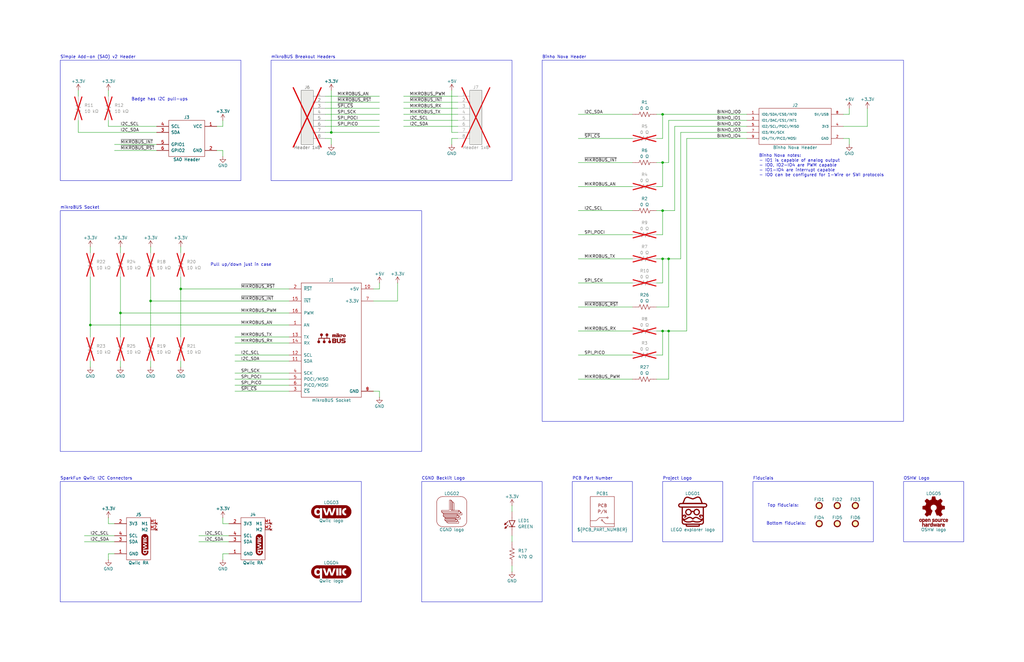
<source format=kicad_sch>
(kicad_sch (version 20231120) (generator "eeschema") (generator_version "8.0")
  (paper "B")
  (title_block (title "SAO Explorer v1") (date "2024-10-06") (rev "1") (company "Common Ground Electronics") (comment 3 "SPDX-License-Identifier: ${SPDX_LICENSE_ID}") (comment 4 "SPDX-FileCopyrightText: © ${COPYRIGHT_HOLDER} <${COPYRIGHT_HOLDER_CONTACT}>"))
  (lib_symbols
    (symbol "SAO_Explorer:+3.3V" (power) (pin_numbers hide) (pin_names (offset 0) hide)
      (property "Value" "+3.3V" (at 0 3.81 0))
      (symbol "+3.3V_1_1"
        (pin power_in line (at 0 0 90) (length 0) (name "~") (number "1"))
      )
    )
    (symbol "SAO_Explorer:+5V" (power) (pin_numbers hide) (pin_names (offset 0) hide)
      (property "Value" "+5V" (at 0 3.81 0))
      (symbol "+5V_1_1"
        (pin power_in line (at 0 0 90) (length 0) (name "~") (number "1"))
      )
    )
    (symbol "SAO_Explorer:Connector_Header_1x08_P2.54mm_Vertical" (pin_names (offset 1.016) hide)
      (property "Reference" "J" (at 0 11.43 0))
      (property "Value" "Header 1x8" (at 0 -13.97 0))
      (symbol "Connector_Header_1x08_P2.54mm_Vertical_1_1"
        (pin passive line (at -7.62 7.62 0) (length 5.08) (name "1") (number "1"))
        (pin passive line (at -7.62 5.08 0) (length 5.08) (name "2") (number "2"))
        (pin passive line (at -7.62 2.54 0) (length 5.08) (name "3") (number "3"))
        (pin passive line (at -7.62 0 0) (length 5.08) (name "4") (number "4"))
        (pin passive line (at -7.62 -2.54 0) (length 5.08) (name "5") (number "5"))
        (pin passive line (at -7.62 -5.08 0) (length 5.08) (name "6") (number "6"))
        (pin passive line (at -7.62 -7.62 0) (length 5.08) (name "7") (number "7"))
        (pin passive line (at -7.62 -10.16 0) (length 5.08) (name "8") (number "8"))
      )
    )
    (symbol "SAO_Explorer:Connector_Header_2x03_P2.54mm_Vertical_Shrouded_SAO_v2" (pin_names (offset 1.016))
      (property "Reference" "J" (at 0 8.89 0))
      (property "Value" "SAO Header" (at 0 -8.89 0))
      (symbol "Connector_Header_2x03_P2.54mm_Vertical_Shrouded_SAO_v2_1_1"
        (pin power_out line (at 12.7 5.08 180) (length 5.08) (name "VCC") (number "1"))
        (pin power_out line (at 12.7 -5.08 180) (length 5.08) (name "GND") (number "2"))
        (pin bidirectional line (at -12.7 2.54 0) (length 5.08) (name "SDA") (number "3"))
        (pin bidirectional line (at -12.7 5.08 0) (length 5.08) (name "SCL") (number "4"))
        (pin bidirectional line (at -12.7 -2.54 0) (length 5.08) (name "GPIO1") (number "5"))
        (pin bidirectional line (at -12.7 -5.08 0) (length 5.08) (name "GPIO2") (number "6"))
      )
    )
    (symbol "SAO_Explorer:Connector_Header_2x05_P1.27mm_Vertical_Shrouded_Binho_Nova" (pin_names (offset 1.016))
      (property "Reference" "J" (at 0 8.89 0))
      (property "Value" "Binho Nova Header" (at 0 -8.89 0))
      (symbol "Connector_Header_2x05_P1.27mm_Vertical_Shrouded_Binho_Nova_0_0"
        (pin bidirectional line (at -20.32 5.08 0) (length 5.08) (name "IO0/SDA/CS0/INT0") (number "1"))
        (pin passive line (at 20.32 -5.08 180) (length 5.08) hide (name "GND") (number "10"))
        (pin power_out line (at 20.32 -5.08 180) (length 5.08) (name "GND") (number "2"))
        (pin bidirectional line (at -20.32 2.54 0) (length 5.08) (name "IO1/DAC/CS1/INT1") (number "3"))
        (pin power_out line (at 20.32 0 180) (length 5.08) (name "3V3") (number "4"))
        (pin bidirectional line (at -20.32 0 0) (length 5.08) (name "IO2/SCL/POCI/MISO") (number "5"))
        (pin passive line (at 20.32 -5.08 180) (length 5.08) hide (name "GND") (number "6"))
        (pin bidirectional line (at -20.32 -2.54 0) (length 5.08) (name "IO3/RX/SCK") (number "7"))
        (pin power_out line (at 20.32 5.08 180) (length 5.08) (name "5V/USB") (number "8"))
        (pin bidirectional line (at -20.32 -5.08 0) (length 5.08) (name "IO4/TX/PICO/MOSI") (number "9"))
      )
    )
    (symbol "SAO_Explorer:Connector_Qwiic_Right_Angle" (pin_names (offset 1.016))
      (property "Reference" "J" (at 0 11.43 0))
      (property "Value" "Qwiic RA" (at 0 -8.89 0))
      (symbol "Connector_Qwiic_Right_Angle_1_1"
        (pin passive line (at -10.16 -5.08 0) (length 5.08) (name "GND") (number "1"))
        (pin passive line (at -10.16 7.62 0) (length 5.08) (name "3V3") (number "2"))
        (pin bidirectional line (at -10.16 0 0) (length 5.08) (name "SDA") (number "3"))
        (pin bidirectional line (at -10.16 2.54 0) (length 5.08) (name "SCL") (number "4"))
        (pin no_connect line (at 7.62 7.62 180) (length 2.54) (name "M1") (number "M1"))
        (pin no_connect line (at 7.62 5.08 180) (length 2.54) (name "M2") (number "M2"))
      )
    )
    (symbol "SAO_Explorer:Connector_Socket_mikroBUS_SMD" (pin_names (offset 1.016))
      (property "Reference" "J" (at 0 26.67 0))
      (property "Value" "mikroBUS Socket" (at 0 -24.13 0))
      (symbol "Connector_Socket_mikroBUS_SMD_1_0"
        (pin bidirectional line (at -17.78 7.62 0) (length 5.08) (name "AN") (number "1"))
        (pin power_in line (at 17.78 22.86 180) (length 5.08) (name "+5V") (number "10"))
        (pin bidirectional line (at -17.78 -7.62 0) (length 5.08) (name "SDA") (number "11"))
        (pin bidirectional line (at -17.78 -5.08 0) (length 5.08) (name "SCL") (number "12"))
        (pin bidirectional line (at -17.78 2.54 0) (length 5.08) (name "TX") (number "13"))
        (pin bidirectional line (at -17.78 0 0) (length 5.08) (name "RX") (number "14"))
        (pin bidirectional line (at -17.78 17.78 0) (length 5.08) (name "~{INT}") (number "15"))
        (pin bidirectional line (at -17.78 12.7 0) (length 5.08) (name "PWM") (number "16"))
        (pin bidirectional line (at -17.78 22.86 0) (length 5.08) (name "~{RST}") (number "2"))
        (pin bidirectional line (at -17.78 -20.32 0) (length 5.08) (name "~{CS}") (number "3"))
        (pin bidirectional line (at -17.78 -12.7 0) (length 5.08) (name "SCK") (number "4"))
        (pin bidirectional line (at -17.78 -15.24 0) (length 5.08) (name "POCI/MISO") (number "5"))
        (pin bidirectional line (at -17.78 -17.78 0) (length 5.08) (name "PICO/MOSI") (number "6"))
        (pin power_in line (at 17.78 17.78 180) (length 5.08) (name "+3.3V") (number "7"))
        (pin power_in line (at 17.78 -20.32 180) (length 5.08) (name "GND") (number "8"))
        (pin power_in line (at 17.78 -20.32 180) (length 5.08) (name "GND") (number "9"))
      )
    )
    (symbol "SAO_Explorer:Fiducial_c50m100k100" (pin_names (offset 0)) (in_bom no)
      (property "Reference" "FID" (at 0 2.54 0))
    )
    (symbol "SAO_Explorer:GND" (power) (pin_numbers hide) (pin_names (offset 0) hide)
      (property "Value" "GND" (at 0 -3.81 0))
      (symbol "GND_1_1"
        (pin power_in line (at 0 0 270) (length 0) (name "~") (number "1"))
      )
    )
    (symbol "SAO_Explorer:LED_CGND_logo_green" (pin_numbers hide) (pin_names (offset 0) hide)
      (property "Reference" "LED" (at 0 5.08 0))
      (property "Value" "GREEN" (at 0 2.54 0))
      (symbol "LED_CGND_logo_green_1_1"
        (pin passive line (at -5.08 0 0) (length 2.54) (name "Anode") (number "A"))
        (pin passive line (at 5.08 0 180) (length 2.54) (name "Cathode") (number "C"))
      )
    )
    (symbol "SAO_Explorer:Logo_CGND_backlit_5x5mm" (pin_names (offset 1.016)) (in_bom no)
      (property "Reference" "LOGO" (at 0 7.62 0))
      (property "Value" "CGND logo" (at 0 -7.62 0))
    )
    (symbol "SAO_Explorer:Logo_LEGO_explorer_outline_silkscreen_5x5mm" (pin_names (offset 1.016)) (in_bom no)
      (property "Reference" "LOGO" (at 0 7.62 0))
      (property "Value" "LEGO explorer logo" (at 0 -7.62 0))
    )
    (symbol "SAO_Explorer:Logo_OSHW_5.7x6mm" (pin_names (offset 1.016)) (in_bom no)
      (property "Reference" "LOGO" (at 0 7.62 0))
      (property "Value" "OSHW logo" (at 0 -7.62 0))
    )
    (symbol "SAO_Explorer:Logo_SparkFun_Qwiic_silkscreen_5x1.6mm" (pin_names (offset 1.016)) (in_bom no)
      (property "Reference" "LOGO" (at 0 3.81 0))
      (property "Value" "Qwiic logo" (at 0 -3.81 0))
    )
    (symbol "SAO_Explorer:Part_Number_PCB" (pin_names (offset 1.016)) (on_board no)
      (property "Reference" "PCB" (at 0 7.62 0))
      (property "Value" "${PCB_PART_NUMBER}" (at 0 -7.62 0))
      (symbol "Part_Number_PCB_1_1"
        (text "P/N" (at 0 0 0) (effects (font (size 1.27 1.27))))
        (text "PCB" (at 0 2.54 0) (effects (font (size 1.27 1.27))))
      )
    )
    (symbol "SAO_Explorer:Resistor_0_jumper_0603" (pin_numbers hide) (pin_names (offset 0) hide)
      (property "Reference" "R" (at 0 5.08 0))
      (property "Value" "0 Ω" (at 0 2.54 0))
      (symbol "Resistor_0_jumper_0603_1_1"
        (pin passive line (at -5.08 0 0) (length 1.27) (name "1") (number "1"))
        (pin passive line (at 5.08 0 180) (length 1.27) (name "2") (number "2"))
      )
    )
    (symbol "SAO_Explorer:Resistor_10k_5pct_0.1w_0603" (pin_numbers hide) (pin_names (offset 0) hide)
      (property "Reference" "R" (at 0 5.08 0))
      (property "Value" "10 kΩ" (at 0 2.54 0))
      (symbol "Resistor_10k_5pct_0.1w_0603_1_1"
        (pin passive line (at -5.08 0 0) (length 1.27) (name "1") (number "1"))
        (pin passive line (at 5.08 0 180) (length 1.27) (name "2") (number "2"))
      )
    )
    (symbol "SAO_Explorer:Resistor_470_5pct_0.1w_0603" (pin_numbers hide) (pin_names (offset 0) hide)
      (property "Reference" "R" (at 0 5.08 0))
      (property "Value" "470 Ω" (at 0 2.54 0))
      (symbol "Resistor_470_5pct_0.1w_0603_1_1"
        (pin passive line (at -5.08 0 0) (length 1.27) (name "1") (number "1"))
        (pin passive line (at 5.08 0 180) (length 1.27) (name "2") (number "2"))
      )
    )
  )
  (junction (at 279.4 139.7))
  (junction (at 139.7 55.88))
  (junction (at 281.94 109.22))
  (junction (at 63.5 127))
  (junction (at 279.4 109.22))
  (junction (at 279.4 68.58))
  (junction (at 38.1 137.16))
  (junction (at 279.4 88.9))
  (junction (at 281.94 139.7))
  (junction (at 76.2 121.92))
  (junction (at 50.8 132.08))
  (junction (at 279.4 48.26))
  (wire (pts (xy 160.02 165.1) (xy 160.02 167.64)))
  (wire (pts (xy 289.56 58.42) (xy 289.56 139.7)))
  (wire (pts (xy 76.2 121.92) (xy 121.92 121.92)))
  (wire (pts (xy 35.56 226.06) (xy 48.26 226.06)))
  (wire (pts (xy 243.84 119.38) (xy 266.7 119.38)))
  (wire (pts (xy 190.5 58.42) (xy 190.5 60.96)))
  (wire (pts (xy 243.84 149.86) (xy 266.7 149.86)))
  (wire (pts (xy 76.2 121.92) (xy 76.2 142.24)))
  (wire (pts (xy 160.02 121.92) (xy 160.02 119.38)))
  (wire (pts (xy 38.1 137.16) (xy 38.1 142.24)))
  (wire (pts (xy 157.48 121.92) (xy 160.02 121.92)))
  (wire (pts (xy 170.18 50.8) (xy 193.04 50.8)))
  (wire (pts (xy 63.5 127) (xy 63.5 142.24)))
  (wire (pts (xy 139.7 38.1) (xy 139.7 55.88)))
  (wire (pts (xy 91.44 63.5) (xy 93.98 63.5)))
  (wire (pts (xy 99.06 157.48) (xy 121.92 157.48)))
  (wire (pts (xy 139.7 55.88) (xy 160.02 55.88)))
  (wire (pts (xy 276.86 68.58) (xy 279.4 68.58)))
  (wire (pts (xy 137.16 50.8) (xy 160.02 50.8)))
  (wire (pts (xy 83.82 226.06) (xy 96.52 226.06)))
  (wire (pts (xy 76.2 104.14) (xy 76.2 106.68)))
  (wire (pts (xy 63.5 116.84) (xy 63.5 127)))
  (wire (pts (xy 279.4 109.22) (xy 281.94 109.22)))
  (wire (pts (xy 276.86 119.38) (xy 279.4 119.38)))
  (wire (pts (xy 35.56 228.6) (xy 48.26 228.6)))
  (wire (pts (xy 243.84 48.26) (xy 266.7 48.26)))
  (wire (pts (xy 279.4 139.7) (xy 276.86 139.7)))
  (wire (pts (xy 279.4 78.74) (xy 279.4 68.58)))
  (wire (pts (xy 50.8 132.08) (xy 50.8 142.24)))
  (wire (pts (xy 284.48 53.34) (xy 284.48 88.9)))
  (wire (pts (xy 243.84 58.42) (xy 266.7 58.42)))
  (wire (pts (xy 289.56 139.7) (xy 281.94 139.7)))
  (wire (pts (xy 99.06 152.4) (xy 121.92 152.4)))
  (wire (pts (xy 276.86 48.26) (xy 279.4 48.26)))
  (wire (pts (xy 38.1 137.16) (xy 121.92 137.16)))
  (wire (pts (xy 276.86 58.42) (xy 279.4 58.42)))
  (wire (pts (xy 243.84 109.22) (xy 266.7 109.22)))
  (wire (pts (xy 170.18 40.64) (xy 193.04 40.64)))
  (wire (pts (xy 289.56 58.42) (xy 314.96 58.42)))
  (wire (pts (xy 99.06 165.1) (xy 121.92 165.1)))
  (wire (pts (xy 48.26 63.5) (xy 66.04 63.5)))
  (wire (pts (xy 76.2 152.4) (xy 76.2 154.94)))
  (wire (pts (xy 137.16 45.72) (xy 160.02 45.72)))
  (wire (pts (xy 215.9 213.36) (xy 215.9 215.9)))
  (wire (pts (xy 365.76 53.34) (xy 355.6 53.34)))
  (wire (pts (xy 96.52 233.68) (xy 93.98 233.68)))
  (wire (pts (xy 45.72 233.68) (xy 45.72 236.22)))
  (wire (pts (xy 50.8 132.08) (xy 121.92 132.08)))
  (wire (pts (xy 281.94 129.54) (xy 281.94 109.22)))
  (wire (pts (xy 279.4 139.7) (xy 279.4 149.86)))
  (wire (pts (xy 365.76 45.72) (xy 365.76 53.34)))
  (wire (pts (xy 215.9 238.76) (xy 215.9 241.3)))
  (wire (pts (xy 93.98 63.5) (xy 93.98 66.04)))
  (wire (pts (xy 243.84 99.06) (xy 266.7 99.06)))
  (wire (pts (xy 287.02 55.88) (xy 314.96 55.88)))
  (wire (pts (xy 99.06 142.24) (xy 121.92 142.24)))
  (wire (pts (xy 358.14 58.42) (xy 358.14 60.96)))
  (wire (pts (xy 33.02 55.88) (xy 33.02 50.8)))
  (wire (pts (xy 93.98 53.34) (xy 93.98 50.8)))
  (wire (pts (xy 137.16 53.34) (xy 160.02 53.34)))
  (wire (pts (xy 45.72 53.34) (xy 66.04 53.34)))
  (wire (pts (xy 281.94 50.8) (xy 314.96 50.8)))
  (wire (pts (xy 358.14 45.72) (xy 358.14 48.26)))
  (wire (pts (xy 243.84 78.74) (xy 266.7 78.74)))
  (wire (pts (xy 91.44 53.34) (xy 93.98 53.34)))
  (wire (pts (xy 50.8 116.84) (xy 50.8 132.08)))
  (wire (pts (xy 276.86 78.74) (xy 279.4 78.74)))
  (wire (pts (xy 76.2 116.84) (xy 76.2 121.92)))
  (wire (pts (xy 63.5 104.14) (xy 63.5 106.68)))
  (wire (pts (xy 279.4 68.58) (xy 281.94 68.58)))
  (wire (pts (xy 45.72 38.1) (xy 45.72 40.64)))
  (wire (pts (xy 137.16 48.26) (xy 160.02 48.26)))
  (wire (pts (xy 284.48 53.34) (xy 314.96 53.34)))
  (wire (pts (xy 137.16 43.18) (xy 160.02 43.18)))
  (wire (pts (xy 45.72 50.8) (xy 45.72 53.34)))
  (wire (pts (xy 276.86 149.86) (xy 279.4 149.86)))
  (wire (pts (xy 355.6 58.42) (xy 358.14 58.42)))
  (wire (pts (xy 167.64 127) (xy 157.48 127)))
  (wire (pts (xy 190.5 55.88) (xy 193.04 55.88)))
  (wire (pts (xy 215.9 226.06) (xy 215.9 228.6)))
  (wire (pts (xy 287.02 109.22) (xy 287.02 55.88)))
  (wire (pts (xy 243.84 68.58) (xy 266.7 68.58)))
  (wire (pts (xy 38.1 104.14) (xy 38.1 106.68)))
  (wire (pts (xy 284.48 88.9) (xy 279.4 88.9)))
  (wire (pts (xy 137.16 55.88) (xy 139.7 55.88)))
  (wire (pts (xy 167.64 119.38) (xy 167.64 127)))
  (wire (pts (xy 38.1 116.84) (xy 38.1 137.16)))
  (wire (pts (xy 50.8 104.14) (xy 50.8 106.68)))
  (wire (pts (xy 33.02 38.1) (xy 33.02 40.64)))
  (wire (pts (xy 281.94 68.58) (xy 281.94 50.8)))
  (wire (pts (xy 99.06 160.02) (xy 121.92 160.02)))
  (wire (pts (xy 48.26 233.68) (xy 45.72 233.68)))
  (wire (pts (xy 276.86 129.54) (xy 281.94 129.54)))
  (wire (pts (xy 93.98 233.68) (xy 93.98 236.22)))
  (wire (pts (xy 281.94 139.7) (xy 279.4 139.7)))
  (wire (pts (xy 358.14 48.26) (xy 355.6 48.26)))
  (wire (pts (xy 276.86 99.06) (xy 279.4 99.06)))
  (wire (pts (xy 48.26 60.96) (xy 66.04 60.96)))
  (wire (pts (xy 33.02 55.88) (xy 66.04 55.88)))
  (wire (pts (xy 276.86 160.02) (xy 281.94 160.02)))
  (wire (pts (xy 99.06 149.86) (xy 121.92 149.86)))
  (wire (pts (xy 93.98 220.98) (xy 93.98 218.44)))
  (wire (pts (xy 170.18 43.18) (xy 193.04 43.18)))
  (wire (pts (xy 157.48 165.1) (xy 160.02 165.1)))
  (wire (pts (xy 50.8 152.4) (xy 50.8 154.94)))
  (wire (pts (xy 281.94 160.02) (xy 281.94 139.7)))
  (wire (pts (xy 139.7 58.42) (xy 139.7 60.96)))
  (wire (pts (xy 279.4 48.26) (xy 314.96 48.26)))
  (wire (pts (xy 279.4 109.22) (xy 279.4 119.38)))
  (wire (pts (xy 243.84 129.54) (xy 266.7 129.54)))
  (wire (pts (xy 276.86 109.22) (xy 279.4 109.22)))
  (wire (pts (xy 170.18 45.72) (xy 193.04 45.72)))
  (wire (pts (xy 99.06 144.78) (xy 121.92 144.78)))
  (wire (pts (xy 281.94 109.22) (xy 287.02 109.22)))
  (wire (pts (xy 190.5 38.1) (xy 190.5 55.88)))
  (wire (pts (xy 96.52 220.98) (xy 93.98 220.98)))
  (wire (pts (xy 99.06 162.56) (xy 121.92 162.56)))
  (wire (pts (xy 83.82 228.6) (xy 96.52 228.6)))
  (wire (pts (xy 63.5 152.4) (xy 63.5 154.94)))
  (wire (pts (xy 45.72 220.98) (xy 45.72 218.44)))
  (wire (pts (xy 243.84 88.9) (xy 266.7 88.9)))
  (wire (pts (xy 279.4 99.06) (xy 279.4 88.9)))
  (wire (pts (xy 48.26 220.98) (xy 45.72 220.98)))
  (wire (pts (xy 190.5 58.42) (xy 193.04 58.42)))
  (wire (pts (xy 243.84 139.7) (xy 266.7 139.7)))
  (wire (pts (xy 279.4 88.9) (xy 276.86 88.9)))
  (wire (pts (xy 170.18 53.34) (xy 193.04 53.34)))
  (wire (pts (xy 137.16 40.64) (xy 160.02 40.64)))
  (wire (pts (xy 63.5 127) (xy 121.92 127)))
  (wire (pts (xy 170.18 48.26) (xy 193.04 48.26)))
  (wire (pts (xy 38.1 152.4) (xy 38.1 154.94)))
  (wire (pts (xy 279.4 58.42) (xy 279.4 48.26)))
  (wire (pts (xy 137.16 58.42) (xy 139.7 58.42)))
  (wire (pts (xy 243.84 160.02) (xy 266.7 160.02)))
  (rectangle (start 114.3 25.4) (end 215.9 76.2))
  (rectangle (start 381 203.2) (end 406.4 228.6))
  (rectangle (start 228.6 25.4) (end 381 177.8))
  (rectangle (start 25.4 25.4) (end 101.6 76.2))
  (rectangle (start 25.4 88.9) (end 177.8 190.5))
  (rectangle (start 177.8 203.2) (end 228.6 254))
  (rectangle (start 25.4 203.2) (end 152.4 254))
  (rectangle (start 279.4 203.2) (end 304.8 228.6))
  (rectangle (start 317.5 203.2) (end 368.3 228.6))
  (rectangle (start 241.3 203.2) (end 266.7 228.6))
  (text "Simple Add-on (SAO) v2 Header" (at 25.4 24.13 0) (effects (font (size 1.27 1.27)) (justify left)))
  (text "PCB Part Number" (at 241.3 201.93 0) (effects (font (size 1.27 1.27)) (justify left)))
  (text "Bottom fiducials:" (at 331.47 220.98 0) (effects (font (size 1.27 1.27))))
  (text "CGND Backlit Logo" (at 177.8 201.93 0) (effects (font (size 1.27 1.27)) (justify left)))
  (text "Badge has I2C pull-ups" (at 67.31 41.91 0) (effects (font (size 1.27 1.27))))
  (text "Project Logo" (at 279.4 201.93 0) (effects (font (size 1.27 1.27)) (justify left)))
  (text "SparkFun Qwiic I2C Connectors" (at 25.4 201.93 0) (effects (font (size 1.27 1.27)) (justify left)))
  (text "Binho Nova Header" (at 228.6 24.13 0) (effects (font (size 1.27 1.27)) (justify left)))
  (text "Binho Nova notes:\n- IO1 is capable of analog output\n- IO0, IO2-IO4 are PWM capable\n- IO1-IO4 are interrupt capable\n- IO0 can be configured for 1-Wire or SWI protocols" (at 320.04 69.85 0) (effects (font (size 1.27 1.27)) (justify left)))
  (text "Top fiducials:" (at 330.2 213.36 0) (effects (font (size 1.27 1.27))))
  (text "Fiducials" (at 317.5 201.93 0) (effects (font (size 1.27 1.27)) (justify left)))
  (text "mikroBUS Breakout Headers" (at 114.3 24.13 0) (effects (font (size 1.27 1.27)) (justify left)))
  (text "mikroBUS Socket" (at 25.4 87.63 0) (effects (font (size 1.27 1.27)) (justify left)))
  (text "OSHW Logo" (at 381 201.93 0) (effects (font (size 1.27 1.27)) (justify left)))
  (text "Pull up/down just in case" (at 101.6 111.76 0) (effects (font (size 1.27 1.27))))
  (label "~{MIKROBUS_RST}" (at 50.8 63.5 0))
  (label "I2C_SCL" (at 50.8 53.34 0))
  (label "MIKROBUS_TX" (at 172.72 48.26 0))
  (label "SPI_SCK" (at 246.38 119.38 0))
  (label "~{MIKROBUS_INT}" (at 101.6 127 0))
  (label "SPI_PICO" (at 101.6 162.56 0))
  (label "MIKROBUS_TX" (at 246.38 109.22 0))
  (label "~{SPI_CS}" (at 101.6 165.1 0))
  (label "MIKROBUS_PWM" (at 246.38 160.02 0))
  (label "SPI_PICO" (at 246.38 149.86 0))
  (label "~{SPI_CS}" (at 246.38 58.42 0))
  (label "MIKROBUS_AN" (at 246.38 78.74 0))
  (label "SPI_SCK" (at 142.24 48.26 0))
  (label "BINHO_IO0" (at 302.26 48.26 0))
  (label "MIKROBUS_AN" (at 101.6 137.16 0))
  (label "MIKROBUS_RX" (at 172.72 45.72 0))
  (label "~{MIKROBUS_INT}" (at 50.8 60.96 0))
  (label "I2C_SDA" (at 172.72 53.34 0))
  (label "MIKROBUS_AN" (at 142.24 40.64 0))
  (label "I2C_SCL" (at 38.1 226.06 0))
  (label "I2C_SDA" (at 86.36 228.6 0))
  (label "~{MIKROBUS_RST}" (at 101.6 121.92 0))
  (label "I2C_SDA" (at 101.6 152.4 0))
  (label "BINHO_IO1" (at 302.26 50.8 0))
  (label "I2C_SCL" (at 101.6 149.86 0))
  (label "~{MIKROBUS_RST}" (at 142.24 43.18 0))
  (label "BINHO_IO2" (at 302.26 53.34 0))
  (label "~{MIKROBUS_INT}" (at 246.38 68.58 0))
  (label "I2C_SDA" (at 246.38 48.26 0))
  (label "SPI_PICO" (at 142.24 53.34 0))
  (label "SPI_SCK" (at 101.6 157.48 0))
  (label "I2C_SCL" (at 86.36 226.06 0))
  (label "BINHO_IO3" (at 302.26 55.88 0))
  (label "MIKROBUS_TX" (at 101.6 142.24 0))
  (label "SPI_POCI" (at 101.6 160.02 0))
  (label "SPI_POCI" (at 246.38 99.06 0))
  (label "~{MIKROBUS_INT}" (at 172.72 43.18 0))
  (label "I2C_SDA" (at 38.1 228.6 0))
  (label "I2C_SCL" (at 246.38 88.9 0))
  (label "MIKROBUS_PWM" (at 101.6 132.08 0))
  (label "~{SPI_CS}" (at 142.24 45.72 0))
  (label "BINHO_IO4" (at 302.26 58.42 0))
  (label "MIKROBUS_PWM" (at 172.72 40.64 0))
  (label "MIKROBUS_RX" (at 101.6 144.78 0))
  (label "SPI_POCI" (at 142.24 50.8 0))
  (label "~{MIKROBUS_RST}" (at 246.38 129.54 0))
  (label "I2C_SCL" (at 172.72 50.8 0))
  (label "I2C_SDA" (at 50.8 55.88 0))
  (label "MIKROBUS_RX" (at 246.38 139.7 0))
  (symbol (lib_id "SAO_Explorer:LED_CGND_logo_green") (at 215.9 220.98 270) (unit 1)
    (property "Reference" "LED1" (at 218.44 219.7099 90) (effects (justify left)))
    (property "Value" "GREEN" (at 218.44 222.2499 90) (effects (justify left)))
    (property "Footprint" "SAO_Explorer:SUNLED_XZVG45WT-9_CGND_LOGO" (effects (hide yes)))
    (property "Datasheet" "https://www.sunledusa.com/products/spec/XZVG45WT-9.pdf" (effects (hide yes)))
    (property "Description" "Green 570nm LED Indication - Discrete 2.1V 2-SMD, Z-Bend, Bottom Entry" (effects (hide yes)))
    (property "Manufacturer" "SunLED" (effects (hide yes)))
    (property "Manufacturer Part Number" "XZVG45WT-9" (effects (hide yes)))
  )
  (symbol (lib_id "SAO_Explorer:Resistor_10k_5pct_0.1w_0603") (at 50.8 147.32 90) (unit 1) (dnp yes)
    (property "Reference" "R25" (at 53.34 146.0499 90) (effects (justify right)))
    (property "Value" "10 kΩ" (at 53.34 148.5899 90) (effects (justify right)))
    (property "Footprint" "SAO_Explorer:RESC160X80X55L25N" (effects (hide yes)))
    (property "Datasheet" "https://www.yageo.com/upload/media/product/products/datasheet/rchip/PYu-RC_Group_51_RoHS_L_12.pdf" (effects (hide yes)))
    (property "Description" "RES 10K OHM 5% 1/10W 0603" (effects (hide yes)))
    (property "Manufacturer" "YAGEO" (effects (hide yes)))
    (property "Manufacturer Part Number" "RC0603JR-0710KL" (effects (hide yes)))
  )
  (symbol (lib_id "SAO_Explorer:+3.3V") (at 167.64 119.38 0) (unit 1)
    (property "Reference" "#PWR07" (effects (hide yes)))
    (property "Value" "+3.3V" (at 167.64 115.57 0))
    (property "Description" "Power symbol creates a global label with name \"+3.3V\"" (effects (hide yes)))
  )
  (symbol (lib_id "SAO_Explorer:GND") (at 50.8 154.94 0) (unit 1)
    (property "Reference" "#PWR028" (effects (hide yes)))
    (property "Value" "GND" (at 50.8 158.75 0))
    (property "Description" "Power symbol creates a global label with name \"GND\" , ground" (effects (hide yes)))
  )
  (symbol (lib_id "SAO_Explorer:+3.3V") (at 63.5 104.14 0) (unit 1)
    (property "Reference" "#PWR021" (effects (hide yes)))
    (property "Value" "+3.3V" (at 63.5 100.33 0))
    (property "Description" "Power symbol creates a global label with name \"+3.3V\"" (effects (hide yes)))
  )
  (symbol (lib_id "SAO_Explorer:+3.3V") (at 45.72 38.1 0) (unit 1)
    (property "Reference" "#PWR01" (effects (hide yes)))
    (property "Value" "+3.3V" (at 45.72 34.29 0))
    (property "Description" "Power symbol creates a global label with name \"+3.3V\"" (effects (hide yes)))
  )
  (symbol (lib_id "SAO_Explorer:Resistor_0_jumper_0603") (at 271.78 48.26 0) (unit 1)
    (property "Reference" "R1" (at 271.78 43.18 0))
    (property "Value" "0 Ω" (at 271.78 45.72 0))
    (property "Footprint" "SAO_Explorer:RESC160X80X55L25N" (effects (hide yes)))
    (property "Datasheet" "https://www.yageo.com/upload/media/product/products/datasheet/rchip/PYu-RC_Group_51_RoHS_L_12.pdf" (effects (hide yes)))
    (property "Description" "RES 0 OHM JUMPER 1/10W 0603" (effects (hide yes)))
    (property "Manufacturer" "YAGEO" (effects (hide yes)))
    (property "Manufacturer Part Number" "RC0603JR-070RL" (effects (hide yes)))
  )
  (symbol (lib_id "SAO_Explorer:Resistor_10k_5pct_0.1w_0603") (at 76.2 147.32 90) (unit 1) (dnp yes)
    (property "Reference" "R21" (at 78.74 146.0499 90) (effects (justify right)))
    (property "Value" "10 kΩ" (at 78.74 148.5899 90) (effects (justify right)))
    (property "Footprint" "SAO_Explorer:RESC160X80X55L25N" (effects (hide yes)))
    (property "Datasheet" "https://www.yageo.com/upload/media/product/products/datasheet/rchip/PYu-RC_Group_51_RoHS_L_12.pdf" (effects (hide yes)))
    (property "Description" "RES 10K OHM 5% 1/10W 0603" (effects (hide yes)))
    (property "Manufacturer" "YAGEO" (effects (hide yes)))
    (property "Manufacturer Part Number" "RC0603JR-0710KL" (effects (hide yes)))
  )
  (symbol (lib_id "SAO_Explorer:Resistor_0_jumper_0603") (at 271.78 68.58 0) (unit 1)
    (property "Reference" "R6" (at 271.78 63.5 0))
    (property "Value" "0 Ω" (at 271.78 66.04 0))
    (property "Footprint" "SAO_Explorer:RESC160X80X55L25N" (effects (hide yes)))
    (property "Datasheet" "https://www.yageo.com/upload/media/product/products/datasheet/rchip/PYu-RC_Group_51_RoHS_L_12.pdf" (effects (hide yes)))
    (property "Description" "RES 0 OHM JUMPER 1/10W 0603" (effects (hide yes)))
    (property "Manufacturer" "YAGEO" (effects (hide yes)))
    (property "Manufacturer Part Number" "RC0603JR-070RL" (effects (hide yes)))
  )
  (symbol (lib_id "SAO_Explorer:Logo_CGND_backlit_5x5mm") (at 190.5 215.9 0) (unit 1) (in_bom no)
    (property "Reference" "LOGO2" (at 190.5 208.28 0))
    (property "Value" "CGND logo" (at 190.5 223.52 0))
    (property "Footprint" "SAO_Explorer:LOGO_CGND_500X500_BACKLIT" (effects (hide yes)))
    (property "Description" "CGND logo, backlit, 5x5 mm" (effects (hide yes)))
  )
  (symbol (lib_id "SAO_Explorer:Logo_SparkFun_Qwiic_silkscreen_5x1.6mm") (at 139.7 215.9 0) (unit 1) (in_bom no)
    (property "Reference" "LOGO3" (at 139.7 212.09 0))
    (property "Value" "Qwiic logo" (at 139.7 219.71 0))
    (property "Footprint" "SAO_Explorer:LOGO_SPARKFUN_QWIIC_500X160_SILKSCREEN" (effects (hide yes)))
    (property "Description" "SparkFun Qwiic logo, silkscreen, 5x1.6 mm" (effects (hide yes)))
  )
  (symbol (lib_id "SAO_Explorer:Connector_Socket_mikroBUS_SMD") (at 139.7 144.78 0) (unit 1)
    (property "Reference" "J1" (at 139.7 118.11 0))
    (property "Value" "mikroBUS Socket" (at 139.7 168.91 0))
    (property "Footprint" "SAO_Explorer:MIKROE_MIKROE-4248" (effects (hide yes)))
    (property "Datasheet" "https://download.mikroe.com/documents/mikrobu_socket/SOCKET%20mikroBUS%2016%20SMD.pdf" (effects (hide yes)))
    (property "Description" "SOCKET mikroBUS 16 SMD" (effects (hide yes)))
    (property "Manufacturer" "MikroElektronika" (effects (hide yes)))
    (property "Manufacturer Part Number" "MIKROE-4248" (effects (hide yes)))
  )
  (symbol (lib_id "SAO_Explorer:Resistor_10k_5pct_0.1w_0603") (at 33.02 45.72 90) (unit 1) (dnp yes)
    (property "Reference" "R11" (at 35.56 44.4499 90) (effects (justify right)))
    (property "Value" "10 kΩ" (at 35.56 46.9899 90) (effects (justify right)))
    (property "Footprint" "SAO_Explorer:RESC160X80X55L25N" (effects (hide yes)))
    (property "Datasheet" "https://www.yageo.com/upload/media/product/products/datasheet/rchip/PYu-RC_Group_51_RoHS_L_12.pdf" (effects (hide yes)))
    (property "Description" "RES 10K OHM 5% 1/10W 0603" (effects (hide yes)))
    (property "Manufacturer" "YAGEO" (effects (hide yes)))
    (property "Manufacturer Part Number" "RC0603JR-0710KL" (effects (hide yes)))
  )
  (symbol (lib_id "SAO_Explorer:Resistor_10k_5pct_0.1w_0603") (at 50.8 111.76 90) (unit 1) (dnp yes)
    (property "Reference" "R24" (at 53.34 110.4899 90) (effects (justify right)))
    (property "Value" "10 kΩ" (at 53.34 113.0299 90) (effects (justify right)))
    (property "Footprint" "SAO_Explorer:RESC160X80X55L25N" (effects (hide yes)))
    (property "Datasheet" "https://www.yageo.com/upload/media/product/products/datasheet/rchip/PYu-RC_Group_51_RoHS_L_12.pdf" (effects (hide yes)))
    (property "Description" "RES 10K OHM 5% 1/10W 0603" (effects (hide yes)))
    (property "Manufacturer" "YAGEO" (effects (hide yes)))
    (property "Manufacturer Part Number" "RC0603JR-0710KL" (effects (hide yes)))
  )
  (symbol (lib_id "SAO_Explorer:Resistor_470_5pct_0.1w_0603") (at 215.9 233.68 90) (unit 1)
    (property "Reference" "R17" (at 218.44 232.4099 90) (effects (justify right)))
    (property "Value" "470 Ω" (at 218.44 234.9499 90) (effects (justify right)))
    (property "Footprint" "SAO_Explorer:RESC160X80X55L25N" (effects (hide yes)))
    (property "Datasheet" "https://www.yageo.com/upload/media/product/products/datasheet/rchip/PYu-RC_Group_51_RoHS_L_12.pdf" (effects (hide yes)))
    (property "Description" "RES 470 OHM 5% 1/10W 0603" (effects (hide yes)))
    (property "Manufacturer" "YAGEO" (effects (hide yes)))
    (property "Manufacturer Part Number" "RC0603JR-07470RL" (effects (hide yes)))
  )
  (symbol (lib_id "SAO_Explorer:GND") (at 93.98 66.04 0) (unit 1)
    (property "Reference" "#PWR06" (effects (hide yes)))
    (property "Value" "GND" (at 93.98 69.85 0))
    (property "Description" "Power symbol creates a global label with name \"GND\" , ground" (effects (hide yes)))
  )
  (symbol (lib_id "SAO_Explorer:Fiducial_c50m100k100") (at 345.44 213.36 0) (unit 1) (in_bom no)
    (property "Reference" "FID1" (at 345.44 210.82 0))
    (property "Value" "Fiducial" (effects (hide yes)))
    (property "Footprint" "SAO_Explorer:FIDC50M100K100L" (effects (hide yes)))
    (property "Description" "Circular Fiducial, 0.5 mm bare copper, 1 mm soldermask opening (Level C)" (effects (hide yes)))
  )
  (symbol (lib_id "SAO_Explorer:GND") (at 358.14 60.96 0) (unit 1)
    (property "Reference" "#PWR011" (effects (hide yes)))
    (property "Value" "GND" (at 358.14 64.77 0))
    (property "Description" "Power symbol creates a global label with name \"GND\" , ground" (effects (hide yes)))
  )
  (symbol (lib_id "SAO_Explorer:Logo_OSHW_5.7x6mm") (at 393.7 215.9 0) (unit 1) (in_bom no)
    (property "Reference" "LOGO5" (at 393.7 208.28 0))
    (property "Value" "OSHW logo" (at 393.7 223.52 0))
    (property "Footprint" "SAO_Explorer:LOGO_OSHW_570X600_SILKSCREEN" (effects (hide yes)))
    (property "Description" "Open Source Hardware logo, silkscreen, 5.7x6 mm" (effects (hide yes)))
  )
  (symbol (lib_id "SAO_Explorer:Resistor_0_jumper_0603") (at 271.78 78.74 0) (unit 1) (dnp yes)
    (property "Reference" "R4" (at 271.78 73.66 0))
    (property "Value" "0 Ω" (at 271.78 76.2 0))
    (property "Footprint" "SAO_Explorer:RESC160X80X55L25N" (effects (hide yes)))
    (property "Datasheet" "https://www.yageo.com/upload/media/product/products/datasheet/rchip/PYu-RC_Group_51_RoHS_L_12.pdf" (effects (hide yes)))
    (property "Description" "RES 0 OHM JUMPER 1/10W 0603" (effects (hide yes)))
    (property "Manufacturer" "YAGEO" (effects (hide yes)))
    (property "Manufacturer Part Number" "RC0603JR-070RL" (effects (hide yes)))
  )
  (symbol (lib_id "SAO_Explorer:Resistor_10k_5pct_0.1w_0603") (at 63.5 111.76 90) (unit 1) (dnp yes)
    (property "Reference" "R18" (at 66.04 110.4899 90) (effects (justify right)))
    (property "Value" "10 kΩ" (at 66.04 113.0299 90) (effects (justify right)))
    (property "Footprint" "SAO_Explorer:RESC160X80X55L25N" (effects (hide yes)))
    (property "Datasheet" "https://www.yageo.com/upload/media/product/products/datasheet/rchip/PYu-RC_Group_51_RoHS_L_12.pdf" (effects (hide yes)))
    (property "Description" "RES 10K OHM 5% 1/10W 0603" (effects (hide yes)))
    (property "Manufacturer" "YAGEO" (effects (hide yes)))
    (property "Manufacturer Part Number" "RC0603JR-0710KL" (effects (hide yes)))
  )
  (symbol (lib_id "SAO_Explorer:Connector_Header_1x08_P2.54mm_Vertical") (at 129.54 48.26 0) (mirror y) (unit 1) (dnp yes)
    (property "Reference" "J6" (at 129.54 36.83 0))
    (property "Value" "Header 1x8" (at 129.54 62.23 0))
    (property "Footprint" "SAO_Explorer:HDRV8W67P254_8X1_2032X241H858" (effects (hide yes)))
    (property "Datasheet" "https://cdn.amphenol-cs.com/media/wysiwyg/files/documentation/datasheet/boardwiretoboard/bwb_bergstik.pdf" (effects (hide yes)))
    (property "Description" "Connector Header Through Hole 8 position 0.100\" (2.54mm)" (effects (hide yes)))
    (property "Manufacturer" "Amphenol ICC (FCI)" (effects (hide yes)))
    (property "Manufacturer Part Number" "68001-208HLF" (effects (hide yes)))
  )
  (symbol (lib_id "SAO_Explorer:Logo_LEGO_explorer_outline_silkscreen_5x5mm") (at 292.1 215.9 0) (unit 1) (in_bom no)
    (property "Reference" "LOGO1" (at 292.1 208.28 0))
    (property "Value" "LEGO explorer logo" (at 292.1 223.52 0))
    (property "Footprint" "SAO_Explorer:LOGO_LEGO_EXPLORER_OUTLINE_500X500_SILKSCREEN" (effects (hide yes)))
    (property "Description" "LEGO explorer logo, outline, silkscreen, 5x5 mm" (effects (hide yes)))
  )
  (symbol (lib_id "SAO_Explorer:GND") (at 76.2 154.94 0) (unit 1)
    (property "Reference" "#PWR024" (effects (hide yes)))
    (property "Value" "GND" (at 76.2 158.75 0))
    (property "Description" "Power symbol creates a global label with name \"GND\" , ground" (effects (hide yes)))
  )
  (symbol (lib_id "SAO_Explorer:Connector_Header_2x03_P2.54mm_Vertical_Shrouded_SAO_v2") (at 78.74 58.42 0) (unit 1)
    (property "Reference" "J3" (at 78.74 49.53 0))
    (property "Value" "SAO Header" (at 78.74 67.31 0))
    (property "Footprint" "SAO_Explorer:SHDRV6W64P254_3X2_1512X910H910_SAO_V2" (effects (hide yes)))
    (property "Datasheet" "https://hackaday.io/project/175182-simple-add-ons-sao" (effects (hide yes)))
    (property "Description" "Simple Add-on (SAO) Connector" (effects (hide yes)))
    (property "Manufacturer" "Sullins Connector Solutions" (effects (hide yes)))
    (property "Manufacturer Part Number" "SBH11-NBPC-D03-ST-BK" (effects (hide yes)))
  )
  (symbol (lib_id "SAO_Explorer:GND") (at 63.5 154.94 0) (unit 1)
    (property "Reference" "#PWR022" (effects (hide yes)))
    (property "Value" "GND" (at 63.5 158.75 0))
    (property "Description" "Power symbol creates a global label with name \"GND\" , ground" (effects (hide yes)))
  )
  (symbol (lib_id "SAO_Explorer:+3.3V") (at 215.9 213.36 0) (unit 1)
    (property "Reference" "#PWR019" (effects (hide yes)))
    (property "Value" "+3.3V" (at 215.9 209.55 0))
    (property "Description" "Power symbol creates a global label with name \"+3.3V\"" (effects (hide yes)))
  )
  (symbol (lib_id "SAO_Explorer:Resistor_10k_5pct_0.1w_0603") (at 76.2 111.76 90) (unit 1) (dnp yes)
    (property "Reference" "R20" (at 78.74 110.4899 90) (effects (justify right)))
    (property "Value" "10 kΩ" (at 78.74 113.0299 90) (effects (justify right)))
    (property "Footprint" "SAO_Explorer:RESC160X80X55L25N" (effects (hide yes)))
    (property "Datasheet" "https://www.yageo.com/upload/media/product/products/datasheet/rchip/PYu-RC_Group_51_RoHS_L_12.pdf" (effects (hide yes)))
    (property "Description" "RES 10K OHM 5% 1/10W 0603" (effects (hide yes)))
    (property "Manufacturer" "YAGEO" (effects (hide yes)))
    (property "Manufacturer Part Number" "RC0603JR-0710KL" (effects (hide yes)))
  )
  (symbol (lib_id "SAO_Explorer:Resistor_10k_5pct_0.1w_0603") (at 38.1 111.76 90) (unit 1) (dnp yes)
    (property "Reference" "R22" (at 40.64 110.4899 90) (effects (justify right)))
    (property "Value" "10 kΩ" (at 40.64 113.0299 90) (effects (justify right)))
    (property "Footprint" "SAO_Explorer:RESC160X80X55L25N" (effects (hide yes)))
    (property "Datasheet" "https://www.yageo.com/upload/media/product/products/datasheet/rchip/PYu-RC_Group_51_RoHS_L_12.pdf" (effects (hide yes)))
    (property "Description" "RES 10K OHM 5% 1/10W 0603" (effects (hide yes)))
    (property "Manufacturer" "YAGEO" (effects (hide yes)))
    (property "Manufacturer Part Number" "RC0603JR-0710KL" (effects (hide yes)))
  )
  (symbol (lib_id "SAO_Explorer:Resistor_0_jumper_0603") (at 271.78 58.42 0) (unit 1) (dnp yes)
    (property "Reference" "R5" (at 271.78 53.34 0))
    (property "Value" "0 Ω" (at 271.78 55.88 0))
    (property "Footprint" "SAO_Explorer:RESC160X80X55L25N" (effects (hide yes)))
    (property "Datasheet" "https://www.yageo.com/upload/media/product/products/datasheet/rchip/PYu-RC_Group_51_RoHS_L_12.pdf" (effects (hide yes)))
    (property "Description" "RES 0 OHM JUMPER 1/10W 0603" (effects (hide yes)))
    (property "Manufacturer" "YAGEO" (effects (hide yes)))
    (property "Manufacturer Part Number" "RC0603JR-070RL" (effects (hide yes)))
  )
  (symbol (lib_id "SAO_Explorer:+5V") (at 190.5 38.1 0) (unit 1)
    (property "Reference" "#PWR014" (effects (hide yes)))
    (property "Value" "+5V" (at 190.5 34.29 0))
    (property "Description" "Power symbol creates a global label with name \"+5V\"" (effects (hide yes)))
  )
  (symbol (lib_id "SAO_Explorer:GND") (at 139.7 60.96 0) (unit 1)
    (property "Reference" "#PWR013" (effects (hide yes)))
    (property "Value" "GND" (at 139.7 64.77 0))
    (property "Description" "Power symbol creates a global label with name \"GND\" , ground" (effects (hide yes)))
  )
  (symbol (lib_id "SAO_Explorer:GND") (at 93.98 236.22 0) (unit 1)
    (property "Reference" "#PWR016" (effects (hide yes)))
    (property "Value" "GND" (at 93.98 240.03 0))
    (property "Description" "Power symbol creates a global label with name \"GND\" , ground" (effects (hide yes)))
  )
  (symbol (lib_id "SAO_Explorer:Resistor_10k_5pct_0.1w_0603") (at 63.5 147.32 90) (unit 1) (dnp yes)
    (property "Reference" "R19" (at 66.04 146.0499 90) (effects (justify right)))
    (property "Value" "10 kΩ" (at 66.04 148.5899 90) (effects (justify right)))
    (property "Footprint" "SAO_Explorer:RESC160X80X55L25N" (effects (hide yes)))
    (property "Datasheet" "https://www.yageo.com/upload/media/product/products/datasheet/rchip/PYu-RC_Group_51_RoHS_L_12.pdf" (effects (hide yes)))
    (property "Description" "RES 10K OHM 5% 1/10W 0603" (effects (hide yes)))
    (property "Manufacturer" "YAGEO" (effects (hide yes)))
    (property "Manufacturer Part Number" "RC0603JR-0710KL" (effects (hide yes)))
  )
  (symbol (lib_id "SAO_Explorer:Resistor_10k_5pct_0.1w_0603") (at 45.72 45.72 90) (unit 1) (dnp yes)
    (property "Reference" "R12" (at 48.26 44.4499 90) (effects (justify right)))
    (property "Value" "10 kΩ" (at 48.26 46.9899 90) (effects (justify right)))
    (property "Footprint" "SAO_Explorer:RESC160X80X55L25N" (effects (hide yes)))
    (property "Datasheet" "https://www.yageo.com/upload/media/product/products/datasheet/rchip/PYu-RC_Group_51_RoHS_L_12.pdf" (effects (hide yes)))
    (property "Description" "RES 10K OHM 5% 1/10W 0603" (effects (hide yes)))
    (property "Manufacturer" "YAGEO" (effects (hide yes)))
    (property "Manufacturer Part Number" "RC0603JR-0710KL" (effects (hide yes)))
  )
  (symbol (lib_id "SAO_Explorer:Resistor_0_jumper_0603") (at 271.78 119.38 0) (unit 1) (dnp yes)
    (property "Reference" "R10" (at 271.78 114.3 0))
    (property "Value" "0 Ω" (at 271.78 116.84 0))
    (property "Footprint" "SAO_Explorer:RESC160X80X55L25N" (effects (hide yes)))
    (property "Datasheet" "https://www.yageo.com/upload/media/product/products/datasheet/rchip/PYu-RC_Group_51_RoHS_L_12.pdf" (effects (hide yes)))
    (property "Description" "RES 0 OHM JUMPER 1/10W 0603" (effects (hide yes)))
    (property "Manufacturer" "YAGEO" (effects (hide yes)))
    (property "Manufacturer Part Number" "RC0603JR-070RL" (effects (hide yes)))
  )
  (symbol (lib_id "SAO_Explorer:GND") (at 160.02 167.64 0) (unit 1)
    (property "Reference" "#PWR03" (effects (hide yes)))
    (property "Value" "GND" (at 160.02 171.45 0))
    (property "Description" "Power symbol creates a global label with name \"GND\" , ground" (effects (hide yes)))
  )
  (symbol (lib_id "SAO_Explorer:+3.3V") (at 33.02 38.1 0) (unit 1)
    (property "Reference" "#PWR04" (effects (hide yes)))
    (property "Value" "+3.3V" (at 33.02 34.29 0))
    (property "Description" "Power symbol creates a global label with name \"+3.3V\"" (effects (hide yes)))
  )
  (symbol (lib_id "SAO_Explorer:Resistor_0_jumper_0603") (at 271.78 99.06 0) (unit 1) (dnp yes)
    (property "Reference" "R9" (at 271.78 93.98 0))
    (property "Value" "0 Ω" (at 271.78 96.52 0))
    (property "Footprint" "SAO_Explorer:RESC160X80X55L25N" (effects (hide yes)))
    (property "Datasheet" "https://www.yageo.com/upload/media/product/products/datasheet/rchip/PYu-RC_Group_51_RoHS_L_12.pdf" (effects (hide yes)))
    (property "Description" "RES 0 OHM JUMPER 1/10W 0603" (effects (hide yes)))
    (property "Manufacturer" "YAGEO" (effects (hide yes)))
    (property "Manufacturer Part Number" "RC0603JR-070RL" (effects (hide yes)))
  )
  (symbol (lib_id "SAO_Explorer:Resistor_0_jumper_0603") (at 271.78 160.02 0) (unit 1)
    (property "Reference" "R27" (at 271.78 154.94 0))
    (property "Value" "0 Ω" (at 271.78 157.48 0))
    (property "Footprint" "SAO_Explorer:RESC160X80X55L25N" (effects (hide yes)))
    (property "Datasheet" "https://www.yageo.com/upload/media/product/products/datasheet/rchip/PYu-RC_Group_51_RoHS_L_12.pdf" (effects (hide yes)))
    (property "Description" "RES 0 OHM JUMPER 1/10W 0603" (effects (hide yes)))
    (property "Manufacturer" "YAGEO" (effects (hide yes)))
    (property "Manufacturer Part Number" "RC0603JR-070RL" (effects (hide yes)))
  )
  (symbol (lib_id "SAO_Explorer:GND") (at 38.1 154.94 0) (unit 1)
    (property "Reference" "#PWR026" (effects (hide yes)))
    (property "Value" "GND" (at 38.1 158.75 0))
    (property "Description" "Power symbol creates a global label with name \"GND\" , ground" (effects (hide yes)))
  )
  (symbol (lib_id "SAO_Explorer:Fiducial_c50m100k100") (at 353.06 213.36 0) (unit 1) (in_bom no)
    (property "Reference" "FID2" (at 353.06 210.82 0))
    (property "Value" "Fiducial" (effects (hide yes)))
    (property "Footprint" "SAO_Explorer:FIDC50M100K100L" (effects (hide yes)))
    (property "Description" "Circular Fiducial, 0.5 mm bare copper, 1 mm soldermask opening (Level C)" (effects (hide yes)))
  )
  (symbol (lib_id "SAO_Explorer:+3.3V") (at 45.72 218.44 0) (unit 1)
    (property "Reference" "#PWR017" (effects (hide yes)))
    (property "Value" "+3.3V" (at 45.72 214.63 0))
    (property "Description" "Power symbol creates a global label with name \"+3.3V\"" (effects (hide yes)))
  )
  (symbol (lib_id "SAO_Explorer:Connector_Qwiic_Right_Angle") (at 58.42 228.6 0) (unit 1)
    (property "Reference" "J5" (at 58.42 217.17 0))
    (property "Value" "Qwiic RA" (at 58.42 237.49 0))
    (property "Footprint" "SAO_Explorer:JST_SM04B-SRxS" (effects (hide yes)))
    (property "Datasheet" "https://www.jst-mfg.com/product/pdf/eng/eSH.pdf" (effects (hide yes)))
    (property "Description" "SparkFun Qwiic connector RA" (effects (hide yes)))
    (property "Manufacturer" "JST" (effects (hide yes)))
    (property "Manufacturer Part Number" "SM04B-SRSS-TB(LF)(SN)" (effects (hide yes)))
  )
  (symbol (lib_id "SAO_Explorer:Resistor_0_jumper_0603") (at 271.78 129.54 0) (unit 1)
    (property "Reference" "R26" (at 271.78 124.46 0))
    (property "Value" "0 Ω" (at 271.78 127 0))
    (property "Footprint" "SAO_Explorer:RESC160X80X55L25N" (effects (hide yes)))
    (property "Datasheet" "https://www.yageo.com/upload/media/product/products/datasheet/rchip/PYu-RC_Group_51_RoHS_L_12.pdf" (effects (hide yes)))
    (property "Description" "RES 0 OHM JUMPER 1/10W 0603" (effects (hide yes)))
    (property "Manufacturer" "YAGEO" (effects (hide yes)))
    (property "Manufacturer Part Number" "RC0603JR-070RL" (effects (hide yes)))
  )
  (symbol (lib_id "SAO_Explorer:+3.3V") (at 50.8 104.14 0) (unit 1)
    (property "Reference" "#PWR027" (effects (hide yes)))
    (property "Value" "+3.3V" (at 50.8 100.33 0))
    (property "Description" "Power symbol creates a global label with name \"+3.3V\"" (effects (hide yes)))
  )
  (symbol (lib_id "SAO_Explorer:Fiducial_c50m100k100") (at 345.44 220.98 0) (unit 1) (in_bom no)
    (property "Reference" "FID4" (at 345.44 218.44 0))
    (property "Value" "Fiducial" (effects (hide yes)))
    (property "Footprint" "SAO_Explorer:FIDC50M100K100L" (effects (hide yes)))
    (property "Description" "Circular Fiducial, 0.5 mm bare copper, 1 mm soldermask opening (Level C)" (effects (hide yes)))
  )
  (symbol (lib_id "SAO_Explorer:Connector_Qwiic_Right_Angle") (at 106.68 228.6 0) (unit 1)
    (property "Reference" "J4" (at 106.68 217.17 0))
    (property "Value" "Qwiic RA" (at 106.68 237.49 0))
    (property "Footprint" "SAO_Explorer:JST_SM04B-SRxS" (effects (hide yes)))
    (property "Datasheet" "https://www.jst-mfg.com/product/pdf/eng/eSH.pdf" (effects (hide yes)))
    (property "Description" "SparkFun Qwiic connector RA" (effects (hide yes)))
    (property "Manufacturer" "JST" (effects (hide yes)))
    (property "Manufacturer Part Number" "SM04B-SRSS-TB(LF)(SN)" (effects (hide yes)))
  )
  (symbol (lib_id "SAO_Explorer:Resistor_10k_5pct_0.1w_0603") (at 38.1 147.32 90) (unit 1) (dnp yes)
    (property "Reference" "R23" (at 40.64 146.0499 90) (effects (justify right)))
    (property "Value" "10 kΩ" (at 40.64 148.5899 90) (effects (justify right)))
    (property "Footprint" "SAO_Explorer:RESC160X80X55L25N" (effects (hide yes)))
    (property "Datasheet" "https://www.yageo.com/upload/media/product/products/datasheet/rchip/PYu-RC_Group_51_RoHS_L_12.pdf" (effects (hide yes)))
    (property "Description" "RES 10K OHM 5% 1/10W 0603" (effects (hide yes)))
    (property "Manufacturer" "YAGEO" (effects (hide yes)))
    (property "Manufacturer Part Number" "RC0603JR-0710KL" (effects (hide yes)))
  )
  (symbol (lib_id "SAO_Explorer:Logo_SparkFun_Qwiic_silkscreen_5x1.6mm") (at 139.7 241.3 0) (unit 1) (in_bom no)
    (property "Reference" "LOGO4" (at 139.7 237.49 0))
    (property "Value" "Qwiic logo" (at 139.7 245.11 0))
    (property "Footprint" "SAO_Explorer:LOGO_SPARKFUN_QWIIC_500X160_SILKSCREEN" (effects (hide yes)))
    (property "Description" "SparkFun Qwiic logo, silkscreen, 5x1.6 mm" (effects (hide yes)))
  )
  (symbol (lib_id "SAO_Explorer:Fiducial_c50m100k100") (at 360.68 213.36 0) (unit 1) (in_bom no)
    (property "Reference" "FID3" (at 360.68 210.82 0))
    (property "Value" "Fiducial" (effects (hide yes)))
    (property "Footprint" "SAO_Explorer:FIDC50M100K100L" (effects (hide yes)))
    (property "Description" "Circular Fiducial, 0.5 mm bare copper, 1 mm soldermask opening (Level C)" (effects (hide yes)))
  )
  (symbol (lib_id "SAO_Explorer:GND") (at 215.9 241.3 0) (unit 1)
    (property "Reference" "#PWR020" (effects (hide yes)))
    (property "Value" "GND" (at 215.9 245.11 0))
    (property "Description" "Power symbol creates a global label with name \"GND\" , ground" (effects (hide yes)))
  )
  (symbol (lib_id "SAO_Explorer:+5V") (at 160.02 119.38 0) (unit 1)
    (property "Reference" "#PWR09" (effects (hide yes)))
    (property "Value" "+5V" (at 160.02 115.57 0))
    (property "Description" "Power symbol creates a global label with name \"+5V\"" (effects (hide yes)))
  )
  (symbol (lib_id "SAO_Explorer:+3.3V") (at 93.98 218.44 0) (unit 1)
    (property "Reference" "#PWR015" (effects (hide yes)))
    (property "Value" "+3.3V" (at 93.98 214.63 0))
    (property "Description" "Power symbol creates a global label with name \"+3.3V\"" (effects (hide yes)))
  )
  (symbol (lib_id "SAO_Explorer:+3.3V") (at 38.1 104.14 0) (unit 1)
    (property "Reference" "#PWR025" (effects (hide yes)))
    (property "Value" "+3.3V" (at 38.1 100.33 0))
    (property "Description" "Power symbol creates a global label with name \"+3.3V\"" (effects (hide yes)))
  )
  (symbol (lib_id "SAO_Explorer:GND") (at 190.5 60.96 0) (unit 1)
    (property "Reference" "#PWR029" (effects (hide yes)))
    (property "Value" "GND" (at 190.5 64.77 0))
    (property "Description" "Power symbol creates a global label with name \"GND\" , ground" (effects (hide yes)))
  )
  (symbol (lib_id "SAO_Explorer:+5V") (at 358.14 45.72 0) (unit 1)
    (property "Reference" "#PWR02" (effects (hide yes)))
    (property "Value" "+5V" (at 358.14 41.91 0))
    (property "Description" "Power symbol creates a global label with name \"+5V\"" (effects (hide yes)))
  )
  (symbol (lib_id "SAO_Explorer:Connector_Header_1x08_P2.54mm_Vertical") (at 200.66 48.26 0) (unit 1) (dnp yes)
    (property "Reference" "J7" (at 200.66 36.83 0))
    (property "Value" "Header 1x8" (at 200.66 62.23 0))
    (property "Footprint" "SAO_Explorer:HDRV8W67P254_8X1_2032X241H858" (effects (hide yes)))
    (property "Datasheet" "https://cdn.amphenol-cs.com/media/wysiwyg/files/documentation/datasheet/boardwiretoboard/bwb_bergstik.pdf" (effects (hide yes)))
    (property "Description" "Connector Header Through Hole 8 position 0.100\" (2.54mm)" (effects (hide yes)))
    (property "Manufacturer" "Amphenol ICC (FCI)" (effects (hide yes)))
    (property "Manufacturer Part Number" "68001-208HLF" (effects (hide yes)))
  )
  (symbol (lib_id "SAO_Explorer:Fiducial_c50m100k100") (at 353.06 220.98 0) (unit 1) (in_bom no)
    (property "Reference" "FID5" (at 353.06 218.44 0))
    (property "Value" "Fiducial" (effects (hide yes)))
    (property "Footprint" "SAO_Explorer:FIDC50M100K100L" (effects (hide yes)))
    (property "Description" "Circular Fiducial, 0.5 mm bare copper, 1 mm soldermask opening (Level C)" (effects (hide yes)))
  )
  (symbol (lib_id "SAO_Explorer:+3.3V") (at 365.76 45.72 0) (unit 1)
    (property "Reference" "#PWR010" (effects (hide yes)))
    (property "Value" "+3.3V" (at 365.76 41.91 0))
    (property "Description" "Power symbol creates a global label with name \"+3.3V\"" (effects (hide yes)))
  )
  (symbol (lib_id "SAO_Explorer:GND") (at 45.72 236.22 0) (unit 1)
    (property "Reference" "#PWR018" (effects (hide yes)))
    (property "Value" "GND" (at 45.72 240.03 0))
    (property "Description" "Power symbol creates a global label with name \"GND\" , ground" (effects (hide yes)))
  )
  (symbol (lib_id "SAO_Explorer:+3.3V") (at 139.7 38.1 0) (unit 1)
    (property "Reference" "#PWR012" (effects (hide yes)))
    (property "Value" "+3.3V" (at 139.7 34.29 0))
    (property "Description" "Power symbol creates a global label with name \"+3.3V\"" (effects (hide yes)))
  )
  (symbol (lib_id "SAO_Explorer:+3.3V") (at 76.2 104.14 0) (unit 1)
    (property "Reference" "#PWR023" (effects (hide yes)))
    (property "Value" "+3.3V" (at 76.2 100.33 0))
    (property "Description" "Power symbol creates a global label with name \"+3.3V\"" (effects (hide yes)))
  )
  (symbol (lib_id "SAO_Explorer:Resistor_0_jumper_0603") (at 271.78 139.7 0) (unit 1) (dnp yes)
    (property "Reference" "R8" (at 271.78 134.62 0))
    (property "Value" "0 Ω" (at 271.78 137.16 0))
    (property "Footprint" "SAO_Explorer:RESC160X80X55L25N" (effects (hide yes)))
    (property "Datasheet" "https://www.yageo.com/upload/media/product/products/datasheet/rchip/PYu-RC_Group_51_RoHS_L_12.pdf" (effects (hide yes)))
    (property "Description" "RES 0 OHM JUMPER 1/10W 0603" (effects (hide yes)))
    (property "Manufacturer" "YAGEO" (effects (hide yes)))
    (property "Manufacturer Part Number" "RC0603JR-070RL" (effects (hide yes)))
  )
  (symbol (lib_id "SAO_Explorer:+3.3V") (at 93.98 50.8 0) (unit 1)
    (property "Reference" "#PWR05" (effects (hide yes)))
    (property "Value" "+3.3V" (at 93.98 46.99 0))
    (property "Description" "Power symbol creates a global label with name \"+3.3V\"" (effects (hide yes)))
  )
  (symbol (lib_id "SAO_Explorer:Fiducial_c50m100k100") (at 360.68 220.98 0) (unit 1) (in_bom no)
    (property "Reference" "FID6" (at 360.68 218.44 0))
    (property "Value" "Fiducial" (effects (hide yes)))
    (property "Footprint" "SAO_Explorer:FIDC50M100K100L" (effects (hide yes)))
    (property "Description" "Circular Fiducial, 0.5 mm bare copper, 1 mm soldermask opening (Level C)" (effects (hide yes)))
  )
  (symbol (lib_id "SAO_Explorer:Connector_Header_2x05_P1.27mm_Vertical_Shrouded_Binho_Nova") (at 335.28 53.34 0) (unit 1)
    (property "Reference" "J2" (at 335.28 44.45 0))
    (property "Value" "Binho Nova Header" (at 335.28 62.23 0))
    (property "Footprint" "SAO_Explorer:SAMTEC_SHF-105-01-x-D-SM" (effects (hide yes)))
    (property "Datasheet" "http://suddendocs.samtec.com/catalog_english/shf.pdf" (effects (hide yes)))
    (property "Description" "Connector, Binho Nova, Header" (effects (hide yes)))
    (property "Manufacturer" "Samtec" (effects (hide yes)))
    (property "Manufacturer Part Number" "SHF-105-01-L-D-SM-K-TR" (effects (hide yes)))
  )
  (symbol (lib_id "SAO_Explorer:Resistor_0_jumper_0603") (at 271.78 149.86 0) (unit 1) (dnp yes)
    (property "Reference" "R3" (at 271.78 144.78 0))
    (property "Value" "0 Ω" (at 271.78 147.32 0))
    (property "Footprint" "SAO_Explorer:RESC160X80X55L25N" (effects (hide yes)))
    (property "Datasheet" "https://www.yageo.com/upload/media/product/products/datasheet/rchip/PYu-RC_Group_51_RoHS_L_12.pdf" (effects (hide yes)))
    (property "Description" "RES 0 OHM JUMPER 1/10W 0603" (effects (hide yes)))
    (property "Manufacturer" "YAGEO" (effects (hide yes)))
    (property "Manufacturer Part Number" "RC0603JR-070RL" (effects (hide yes)))
  )
  (symbol (lib_id "SAO_Explorer:Resistor_0_jumper_0603") (at 271.78 88.9 0) (unit 1)
    (property "Reference" "R2" (at 271.78 83.82 0))
    (property "Value" "0 Ω" (at 271.78 86.36 0))
    (property "Footprint" "SAO_Explorer:RESC160X80X55L25N" (effects (hide yes)))
    (property "Datasheet" "https://www.yageo.com/upload/media/product/products/datasheet/rchip/PYu-RC_Group_51_RoHS_L_12.pdf" (effects (hide yes)))
    (property "Description" "RES 0 OHM JUMPER 1/10W 0603" (effects (hide yes)))
    (property "Manufacturer" "YAGEO" (effects (hide yes)))
    (property "Manufacturer Part Number" "RC0603JR-070RL" (effects (hide yes)))
  )
  (symbol (lib_id "SAO_Explorer:Resistor_0_jumper_0603") (at 271.78 109.22 0) (unit 1) (dnp yes)
    (property "Reference" "R7" (at 271.78 104.14 0))
    (property "Value" "0 Ω" (at 271.78 106.68 0))
    (property "Footprint" "SAO_Explorer:RESC160X80X55L25N" (effects (hide yes)))
    (property "Datasheet" "https://www.yageo.com/upload/media/product/products/datasheet/rchip/PYu-RC_Group_51_RoHS_L_12.pdf" (effects (hide yes)))
    (property "Description" "RES 0 OHM JUMPER 1/10W 0603" (effects (hide yes)))
    (property "Manufacturer" "YAGEO" (effects (hide yes)))
    (property "Manufacturer Part Number" "RC0603JR-070RL" (effects (hide yes)))
  )
  (symbol (lib_id "SAO_Explorer:Part_Number_PCB") (at 254 215.9 0) (unit 1) (on_board no)
    (property "Reference" "PCB1" (at 254 208.28 0))
    (property "Value" "${PCB_PART_NUMBER}" (at 254 223.52 0))
    (property "Description" "PCB Part Number" (effects (hide yes)))
    (property "Manufacturer" "${COMPANY}" (effects (hide yes)))
    (property "Manufacturer Part Number" "${PCB_PART_NUMBER}" (effects (hide yes)))
  )
)
</source>
